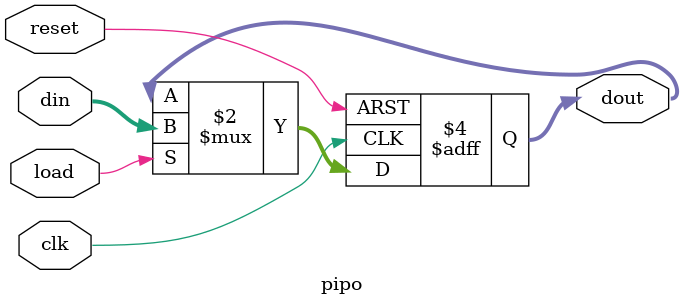
<source format=v>
module pipo (
    input clk,
    input reset,
    input load,
    input [3:0] din,
    output reg [3:0] dout
);

    always @(posedge clk or posedge reset) begin
        if (reset)
            dout <= 4'b0000;
        else if (load)
            dout <= din;
    end

endmodule


</source>
